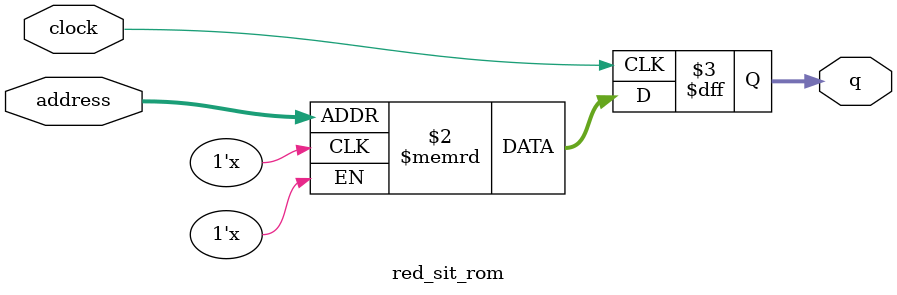
<source format=sv>
module red_sit_rom (
	input logic clock,
	input logic [16:0] address,
	output logic [3:0] q
);

logic [3:0] memory [0:102399] /* synthesis ram_init_file = "./red_sit/red_sit.mif" */;

always_ff @ (posedge clock) begin
	q <= memory[address];
end

endmodule

</source>
